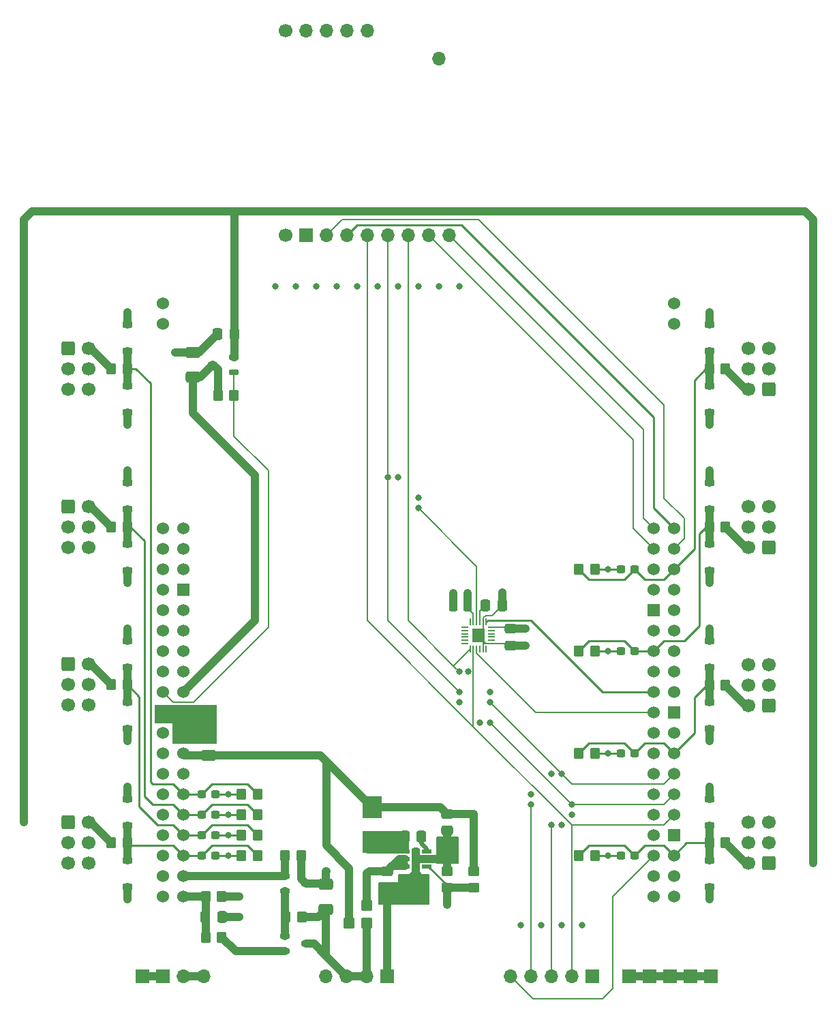
<source format=gbl>
%TF.GenerationSoftware,KiCad,Pcbnew,9.0.3*%
%TF.CreationDate,2025-08-17T09:54:27-06:00*%
%TF.ProjectId,Hub,4875622e-6b69-4636-9164-5f7063625858,A*%
%TF.SameCoordinates,PX2aa5f80PY908ed60*%
%TF.FileFunction,Copper,L4,Bot*%
%TF.FilePolarity,Positive*%
%FSLAX46Y46*%
G04 Gerber Fmt 4.6, Leading zero omitted, Abs format (unit mm)*
G04 Created by KiCad (PCBNEW 9.0.3) date 2025-08-17 09:54:27*
%MOMM*%
%LPD*%
G01*
G04 APERTURE LIST*
G04 Aperture macros list*
%AMRoundRect*
0 Rectangle with rounded corners*
0 $1 Rounding radius*
0 $2 $3 $4 $5 $6 $7 $8 $9 X,Y pos of 4 corners*
0 Add a 4 corners polygon primitive as box body*
4,1,4,$2,$3,$4,$5,$6,$7,$8,$9,$2,$3,0*
0 Add four circle primitives for the rounded corners*
1,1,$1+$1,$2,$3*
1,1,$1+$1,$4,$5*
1,1,$1+$1,$6,$7*
1,1,$1+$1,$8,$9*
0 Add four rect primitives between the rounded corners*
20,1,$1+$1,$2,$3,$4,$5,0*
20,1,$1+$1,$4,$5,$6,$7,0*
20,1,$1+$1,$6,$7,$8,$9,0*
20,1,$1+$1,$8,$9,$2,$3,0*%
G04 Aperture macros list end*
%TA.AperFunction,Conductor*%
%ADD10C,0.200000*%
%TD*%
%TA.AperFunction,Conductor*%
%ADD11C,0.100000*%
%TD*%
%TA.AperFunction,Conductor*%
%ADD12C,0.150000*%
%TD*%
%TA.AperFunction,ComponentPad*%
%ADD13RoundRect,0.250000X0.600000X0.600000X-0.600000X0.600000X-0.600000X-0.600000X0.600000X-0.600000X0*%
%TD*%
%TA.AperFunction,ComponentPad*%
%ADD14C,1.700000*%
%TD*%
%TA.AperFunction,ComponentPad*%
%ADD15R,1.700000X1.700000*%
%TD*%
%TA.AperFunction,ComponentPad*%
%ADD16O,1.700000X1.700000*%
%TD*%
%TA.AperFunction,ComponentPad*%
%ADD17RoundRect,0.250000X-0.600000X-0.600000X0.600000X-0.600000X0.600000X0.600000X-0.600000X0.600000X0*%
%TD*%
%TA.AperFunction,ComponentPad*%
%ADD18C,1.524000*%
%TD*%
%TA.AperFunction,ComponentPad*%
%ADD19R,1.524000X1.524000*%
%TD*%
%TA.AperFunction,SMDPad,CuDef*%
%ADD20RoundRect,0.225000X-0.375000X0.225000X-0.375000X-0.225000X0.375000X-0.225000X0.375000X0.225000X0*%
%TD*%
%TA.AperFunction,SMDPad,CuDef*%
%ADD21RoundRect,0.250000X-0.475000X0.337500X-0.475000X-0.337500X0.475000X-0.337500X0.475000X0.337500X0*%
%TD*%
%TA.AperFunction,SMDPad,CuDef*%
%ADD22RoundRect,0.237500X0.300000X0.237500X-0.300000X0.237500X-0.300000X-0.237500X0.300000X-0.237500X0*%
%TD*%
%TA.AperFunction,SMDPad,CuDef*%
%ADD23RoundRect,0.250000X-0.350000X-0.450000X0.350000X-0.450000X0.350000X0.450000X-0.350000X0.450000X0*%
%TD*%
%TA.AperFunction,SMDPad,CuDef*%
%ADD24RoundRect,0.250000X0.337500X0.475000X-0.337500X0.475000X-0.337500X-0.475000X0.337500X-0.475000X0*%
%TD*%
%TA.AperFunction,SMDPad,CuDef*%
%ADD25RoundRect,0.250000X0.650000X-0.412500X0.650000X0.412500X-0.650000X0.412500X-0.650000X-0.412500X0*%
%TD*%
%TA.AperFunction,SMDPad,CuDef*%
%ADD26RoundRect,0.250000X0.350000X0.450000X-0.350000X0.450000X-0.350000X-0.450000X0.350000X-0.450000X0*%
%TD*%
%TA.AperFunction,SMDPad,CuDef*%
%ADD27RoundRect,0.162500X-0.447500X-0.162500X0.447500X-0.162500X0.447500X0.162500X-0.447500X0.162500X0*%
%TD*%
%TA.AperFunction,SMDPad,CuDef*%
%ADD28RoundRect,0.250000X-0.337500X-0.475000X0.337500X-0.475000X0.337500X0.475000X-0.337500X0.475000X0*%
%TD*%
%TA.AperFunction,SMDPad,CuDef*%
%ADD29RoundRect,0.162500X0.447500X0.162500X-0.447500X0.162500X-0.447500X-0.162500X0.447500X-0.162500X0*%
%TD*%
%TA.AperFunction,SMDPad,CuDef*%
%ADD30R,1.153100X0.529806*%
%TD*%
%TA.AperFunction,SMDPad,CuDef*%
%ADD31R,1.553100X0.529806*%
%TD*%
%TA.AperFunction,SMDPad,CuDef*%
%ADD32RoundRect,0.250000X0.250000X-1.150000X0.250000X1.150000X-0.250000X1.150000X-0.250000X-1.150000X0*%
%TD*%
%TA.AperFunction,SMDPad,CuDef*%
%ADD33R,1.153100X0.514904*%
%TD*%
%TA.AperFunction,SMDPad,CuDef*%
%ADD34RoundRect,0.291666X0.408334X0.408334X-0.408334X0.408334X-0.408334X-0.408334X0.408334X-0.408334X0*%
%TD*%
%TA.AperFunction,SMDPad,CuDef*%
%ADD35RoundRect,0.291666X0.408334X-0.408334X0.408334X0.408334X-0.408334X0.408334X-0.408334X-0.408334X0*%
%TD*%
%TA.AperFunction,SMDPad,CuDef*%
%ADD36RoundRect,0.250000X0.450000X-0.350000X0.450000X0.350000X-0.450000X0.350000X-0.450000X-0.350000X0*%
%TD*%
%TA.AperFunction,SMDPad,CuDef*%
%ADD37RoundRect,0.237500X-0.300000X-0.237500X0.300000X-0.237500X0.300000X0.237500X-0.300000X0.237500X0*%
%TD*%
%TA.AperFunction,SMDPad,CuDef*%
%ADD38R,2.438400X2.806700*%
%TD*%
%TA.AperFunction,SMDPad,CuDef*%
%ADD39RoundRect,0.250000X-0.450000X0.350000X-0.450000X-0.350000X0.450000X-0.350000X0.450000X0.350000X0*%
%TD*%
%TA.AperFunction,SMDPad,CuDef*%
%ADD40RoundRect,0.027500X-0.419500X-0.082500X0.419500X-0.082500X0.419500X0.082500X-0.419500X0.082500X0*%
%TD*%
%TA.AperFunction,SMDPad,CuDef*%
%ADD41RoundRect,0.027500X-0.082500X-0.419500X0.082500X-0.419500X0.082500X0.419500X-0.082500X0.419500X0*%
%TD*%
%TA.AperFunction,SMDPad,CuDef*%
%ADD42R,1.540000X1.700000*%
%TD*%
%TA.AperFunction,ViaPad*%
%ADD43C,0.800000*%
%TD*%
%TA.AperFunction,ViaPad*%
%ADD44C,0.900000*%
%TD*%
%TA.AperFunction,Conductor*%
%ADD45C,1.000000*%
%TD*%
%TA.AperFunction,Conductor*%
%ADD46C,0.250000*%
%TD*%
%TA.AperFunction,Conductor*%
%ADD47C,0.500000*%
%TD*%
G04 APERTURE END LIST*
%TO.N,/BuckSW*%
D10*
X43620000Y21939350D02*
X48725400Y21939350D01*
X48725400Y19323150D01*
X43620000Y19323150D01*
X43620000Y21939350D01*
%TA.AperFunction,Conductor*%
G36*
X43620000Y21939350D02*
G01*
X48725400Y21939350D01*
X48725400Y19323150D01*
X43620000Y19323150D01*
X43620000Y21939350D01*
G37*
%TD.AperFunction*%
%TO.N,GND*%
X45100467Y15620500D02*
X51196467Y15620500D01*
X51196467Y13001000D01*
X45100467Y13001000D01*
X45100467Y15620500D01*
%TA.AperFunction,Conductor*%
G36*
X45100467Y15620500D02*
G01*
X51196467Y15620500D01*
X51196467Y13001000D01*
X45100467Y13001000D01*
X45100467Y15620500D01*
G37*
%TD.AperFunction*%
X52271467Y21256000D02*
X54938467Y21256000D01*
X54938467Y18081000D01*
X52271467Y18081000D01*
X52271467Y21256000D01*
%TA.AperFunction,Conductor*%
G36*
X52271467Y21256000D02*
G01*
X54938467Y21256000D01*
X54938467Y18081000D01*
X52271467Y18081000D01*
X52271467Y21256000D01*
G37*
%TD.AperFunction*%
D11*
X17204000Y37712000D02*
X24824000Y37712000D01*
X24824000Y35480000D01*
X17204000Y35480000D01*
X17204000Y37712000D01*
%TA.AperFunction,Conductor*%
G36*
X17204000Y37712000D02*
G01*
X24824000Y37712000D01*
X24824000Y35480000D01*
X17204000Y35480000D01*
X17204000Y37712000D01*
G37*
%TD.AperFunction*%
D12*
X19490000Y36750000D02*
X24824000Y36750000D01*
X24824000Y32940000D01*
X19490000Y32940000D01*
X19490000Y36750000D01*
%TA.AperFunction,Conductor*%
G36*
X19490000Y36750000D02*
G01*
X24824000Y36750000D01*
X24824000Y32940000D01*
X19490000Y32940000D01*
X19490000Y36750000D01*
G37*
%TD.AperFunction*%
D10*
X47550967Y16610000D02*
X51240000Y16610000D01*
X51240000Y13001000D01*
X47550967Y13001000D01*
X47550967Y16610000D01*
%TA.AperFunction,Conductor*%
G36*
X47550967Y16610000D02*
G01*
X51240000Y16610000D01*
X51240000Y13001000D01*
X47550967Y13001000D01*
X47550967Y16610000D01*
G37*
%TD.AperFunction*%
%TD*%
D13*
%TO.P,J11,1,Pin_1*%
%TO.N,GND*%
X93500000Y57273333D03*
D14*
%TO.P,J11,2,Pin_2*%
%TO.N,Net-(J11-Pin_2)*%
X90960000Y57273333D03*
%TO.P,J11,3,Pin_3*%
%TO.N,Net-(J11-Pin_3)*%
X93500000Y59813333D03*
%TO.P,J11,4,Pin_4*%
%TO.N,unconnected-(J11-Pin_4-Pad4)*%
X90960000Y59813333D03*
%TO.P,J11,5,Pin_5*%
%TO.N,unconnected-(J11-Pin_5-Pad5)*%
X93500000Y62353333D03*
%TO.P,J11,6,Pin_6*%
%TO.N,unconnected-(J11-Pin_6-Pad6)*%
X90960000Y62353333D03*
%TD*%
D13*
%TO.P,J12,1,Pin_1*%
%TO.N,GND*%
X93500000Y37636667D03*
D14*
%TO.P,J12,2,Pin_2*%
%TO.N,Net-(J12-Pin_2)*%
X90960000Y37636667D03*
%TO.P,J12,3,Pin_3*%
%TO.N,Net-(J12-Pin_3)*%
X93500000Y40176667D03*
%TO.P,J12,4,Pin_4*%
%TO.N,unconnected-(J12-Pin_4-Pad4)*%
X90960000Y40176667D03*
%TO.P,J12,5,Pin_5*%
%TO.N,unconnected-(J12-Pin_5-Pad5)*%
X93500000Y42716667D03*
%TO.P,J12,6,Pin_6*%
%TO.N,unconnected-(J12-Pin_6-Pad6)*%
X90960000Y42716667D03*
%TD*%
D15*
%TO.P,J4,1,Pin_1*%
%TO.N,GND*%
X71560000Y4000000D03*
D16*
%TO.P,J4,2,Pin_2*%
%TO.N,/SPI2_SCK*%
X69020000Y4000000D03*
%TO.P,J4,3,Pin_3*%
%TO.N,/SPI2_MISO*%
X66480000Y4000000D03*
%TO.P,J4,4,Pin_4*%
%TO.N,/SPI2_MOSI*%
X63940000Y4000000D03*
%TO.P,J4,5,Pin_5*%
%TO.N,/GPIO_Extra_SPI_CS*%
X61400000Y4000000D03*
%TD*%
D17*
%TO.P,J8,1,Pin_1*%
%TO.N,GND*%
X6500000Y42726667D03*
D14*
%TO.P,J8,2,Pin_2*%
%TO.N,Net-(J8-Pin_2)*%
X9040000Y42726667D03*
%TO.P,J8,3,Pin_3*%
%TO.N,Net-(J8-Pin_3)*%
X6500000Y40186667D03*
%TO.P,J8,4,Pin_4*%
%TO.N,unconnected-(J8-Pin_4-Pad4)*%
X9040000Y40186667D03*
%TO.P,J8,5,Pin_5*%
%TO.N,unconnected-(J8-Pin_5-Pad5)*%
X6500000Y37646667D03*
%TO.P,J8,6,Pin_6*%
%TO.N,unconnected-(J8-Pin_6-Pad6)*%
X9040000Y37646667D03*
%TD*%
D13*
%TO.P,J10,1,Pin_1*%
%TO.N,GND*%
X93500000Y76910000D03*
D14*
%TO.P,J10,2,Pin_2*%
%TO.N,Net-(J10-Pin_2)*%
X90960000Y76910000D03*
%TO.P,J10,3,Pin_3*%
%TO.N,Net-(J10-Pin_3)*%
X93500000Y79450000D03*
%TO.P,J10,4,Pin_4*%
%TO.N,unconnected-(J10-Pin_4-Pad4)*%
X90960000Y79450000D03*
%TO.P,J10,5,Pin_5*%
%TO.N,unconnected-(J10-Pin_5-Pad5)*%
X93500000Y81990000D03*
%TO.P,J10,6,Pin_6*%
%TO.N,unconnected-(J10-Pin_6-Pad6)*%
X90960000Y81990000D03*
%TD*%
D17*
%TO.P,J6,1,Pin_1*%
%TO.N,GND*%
X6500000Y82000000D03*
D14*
%TO.P,J6,2,Pin_2*%
%TO.N,Net-(J6-Pin_2)*%
X9040000Y82000000D03*
%TO.P,J6,3,Pin_3*%
%TO.N,Net-(J6-Pin_3)*%
X6500000Y79460000D03*
%TO.P,J6,4,Pin_4*%
%TO.N,unconnected-(J6-Pin_4-Pad4)*%
X9040000Y79460000D03*
%TO.P,J6,5,Pin_5*%
%TO.N,unconnected-(J6-Pin_5-Pad5)*%
X6500000Y76920000D03*
%TO.P,J6,6,Pin_6*%
%TO.N,unconnected-(J6-Pin_6-Pad6)*%
X9040000Y76920000D03*
%TD*%
D15*
%TO.P,J5,1,Pin_1*%
%TO.N,GND*%
X86360000Y4000000D03*
%TO.P,J5,2,Pin_2*%
X83820000Y4000000D03*
%TO.P,J5,3,Pin_3*%
X81280000Y4000000D03*
%TO.P,J5,4,Pin_4*%
X78740000Y4000000D03*
%TO.P,J5,5,Pin_5*%
X76200000Y4000000D03*
%TD*%
%TO.P,J3,1,Pin_1*%
%TO.N,GND*%
X46150000Y4000000D03*
D16*
%TO.P,J3,2,Pin_2*%
%TO.N,+VBattery*%
X43610000Y4000000D03*
%TO.P,J3,3,Pin_3*%
X41070000Y4000000D03*
%TO.P,J3,4,Pin_4*%
%TO.N,Net-(J3-Pin_4)*%
X38530000Y4000000D03*
%TD*%
D18*
%TO.P,U1,CN7_1,PC10/SPI3_SCK/USART3_TX/UART4_TX*%
%TO.N,unconnected-(U1A-PC10{slash}SPI3_SCK{slash}USART3_TX{slash}UART4_TX-PadCN7_1)*%
X18220000Y59610000D03*
%TO.P,U1,CN7_2,PC11/SPI3_MISO/USART3_RX/UART4_RX*%
%TO.N,unconnected-(U1A-PC11{slash}SPI3_MISO{slash}USART3_RX{slash}UART4_RX-PadCN7_2)*%
X20760000Y59610000D03*
%TO.P,U1,CN7_3,PC12/SPI3_MOSI/USART3_CK/UART5_TX*%
%TO.N,unconnected-(U1A-PC12{slash}SPI3_MOSI{slash}USART3_CK{slash}UART5_TX-PadCN7_3)*%
X18220000Y57070000D03*
%TO.P,U1,CN7_4,PD2/USART3_RTS_DE/UART5_RX*%
%TO.N,unconnected-(U1A-PD2{slash}USART3_RTS_DE{slash}UART5_RX-PadCN7_4)*%
X20760000Y57070000D03*
%TO.P,U1,CN7_5,VDD*%
%TO.N,+3.3V*%
X18220000Y54530000D03*
%TO.P,U1,CN7_6,E5V*%
%TO.N,unconnected-(U1A-E5V-PadCN7_6)*%
X20760000Y54530000D03*
%TO.P,U1,CN7_7,BOOT0*%
%TO.N,unconnected-(U1A-BOOT0-PadCN7_7)*%
X18220000Y51990000D03*
D19*
%TO.P,U1,CN7_8,GND_CN7_8*%
%TO.N,GND*%
X20760000Y51990000D03*
D18*
%TO.P,U1,CN7_9,NC_CN7_9*%
%TO.N,unconnected-(U1A-NC_CN7_9-PadCN7_9)*%
X18220000Y49450000D03*
%TO.P,U1,CN7_10,NC_CN7_10*%
%TO.N,unconnected-(U1A-NC_CN7_10-PadCN7_10)*%
X20760000Y49450000D03*
%TO.P,U1,CN7_11,NC_CN7_11*%
%TO.N,unconnected-(U1A-NC_CN7_11-PadCN7_11)*%
X18220000Y46910000D03*
%TO.P,U1,CN7_12,IOREF*%
%TO.N,unconnected-(U1A-IOREF-PadCN7_12)*%
X20760000Y46910000D03*
%TO.P,U1,CN7_13,PA13/JTMS-SWDIO*%
%TO.N,unconnected-(U1A-PA13{slash}JTMS-SWDIO-PadCN7_13)*%
X18220000Y44370000D03*
%TO.P,U1,CN7_14,RESET*%
%TO.N,unconnected-(U1A-RESET-PadCN7_14)*%
X20760000Y44370000D03*
%TO.P,U1,CN7_15,PA14/JTCK-SWCLK*%
%TO.N,unconnected-(U1A-PA14{slash}JTCK-SWCLK-PadCN7_15)*%
X18220000Y41830000D03*
%TO.P,U1,CN7_16,+3V3*%
%TO.N,+3.3V*%
X20760000Y41830000D03*
%TO.P,U1,CN7_17,PA15/JTDI/SPI1_NSS/SPI3_NSS/UART4_RTS_DE*%
%TO.N,/~{GPIO_StrainV_Enable_5VTolerant}*%
X18220000Y39290000D03*
%TO.P,U1,CN7_18,+5V*%
%TO.N,+5V*%
X20760000Y39290000D03*
D19*
%TO.P,U1,CN7_19,GND_CN7_19*%
%TO.N,GND*%
X18220000Y36750000D03*
%TO.P,U1,CN7_20,GND_CN7_20*%
X20760000Y36750000D03*
D18*
%TO.P,U1,CN7_21,PB7/USART1_RX/UART4_CTS/TIM17_CH1N*%
%TO.N,unconnected-(U1A-PB7{slash}USART1_RX{slash}UART4_CTS{slash}TIM17_CH1N-PadCN7_21)*%
X18220000Y34210000D03*
D19*
%TO.P,U1,CN7_22,GND_CN7_22*%
%TO.N,GND*%
X20760000Y34210000D03*
D18*
%TO.P,U1,CN7_23,PC13*%
%TO.N,unconnected-(U1A-PC13-PadCN7_23)*%
X18220000Y31670000D03*
%TO.P,U1,CN7_24,VIN*%
%TO.N,+VBattery_or_7V*%
X20760000Y31670000D03*
%TO.P,U1,CN7_25,PC14/OSC32_IN*%
%TO.N,unconnected-(U1A-PC14{slash}OSC32_IN-PadCN7_25)*%
X18220000Y29130000D03*
%TO.P,U1,CN7_26,NC_CN7_26*%
%TO.N,unconnected-(U1A-NC_CN7_26-PadCN7_26)*%
X20760000Y29130000D03*
%TO.P,U1,CN7_27,PC15/OSC32_OUT*%
%TO.N,unconnected-(U1A-PC15{slash}OSC32_OUT-PadCN7_27)*%
X18220000Y26590000D03*
%TO.P,U1,CN7_28,PA0/ADC12_IN5/USART2_CTS/UART4_TX/TIM2_ETR*%
%TO.N,/AIn_StrainV_1*%
X20760000Y26590000D03*
%TO.P,U1,CN7_29,PH0/OSC_IN*%
%TO.N,unconnected-(U1A-PH0{slash}OSC_IN-PadCN7_29)*%
X18220000Y24050000D03*
%TO.P,U1,CN7_30,PA1/ADC12_IN6/USART2_RTS_DE/UART4_RX/TIM15_CH1N*%
%TO.N,/AIn_StrainV_2*%
X20760000Y24050000D03*
%TO.P,U1,CN7_31,PH1/OSC_OUT*%
%TO.N,unconnected-(U1A-PH1{slash}OSC_OUT-PadCN7_31)*%
X18220000Y21510000D03*
%TO.P,U1,CN7_32,PA4/ADC12_IN9/DAC1_OUT1/SPI1_NSS/SPI3_NSS/USART2_CK/LPTIM2_OUT*%
%TO.N,/AIn_StrainV_3*%
X20760000Y21510000D03*
%TO.P,U1,CN7_33,VBAT*%
%TO.N,unconnected-(U1A-VBAT-PadCN7_33)*%
X18220000Y18970000D03*
%TO.P,U1,CN7_34,PB0/ADC12_IN15/USART3_CK*%
%TO.N,/AIn_StrainV_4*%
X20760000Y18970000D03*
%TO.P,U1,CN7_35,PC2/ADC123_IN3/SPI2_MISO*%
%TO.N,unconnected-(U1A-PC2{slash}ADC123_IN3{slash}SPI2_MISO-PadCN7_35)*%
X18220000Y16430000D03*
%TO.P,U1,CN7_36,PC1/ADC123_IN2/LPUART1_TX*%
%TO.N,/GPIO_BatteryV_Enable*%
X20760000Y16430000D03*
%TO.P,U1,CN7_37,PC3/ADC123_IN4/SPI2_MOSI/LPTIM2_ETR*%
%TO.N,unconnected-(U1A-PC3{slash}ADC123_IN4{slash}SPI2_MOSI{slash}LPTIM2_ETR-PadCN7_37)*%
X18220000Y13890000D03*
%TO.P,U1,CN7_38,PC0/ADC123_IN1/LPUART1_RX/LPTIM2_IN1*%
%TO.N,/AIn_BatteryV*%
X20760000Y13890000D03*
%TO.P,U1,CN10_1,PC9/TIM8_BKIN2_COMP1*%
%TO.N,/GPIO_ANT_Reset*%
X79180000Y59610000D03*
%TO.P,U1,CN10_2,PC8*%
%TO.N,/GPInterruptPC8_ANT_DIO0*%
X81720000Y59610000D03*
%TO.P,U1,CN10_3,PB8/CAN1_RX/TIM16_CH1*%
%TO.N,/GPIO_ANT_SPI_CS*%
X79180000Y57070000D03*
%TO.P,U1,CN10_4,PC6*%
%TO.N,/GPIO_ANT_Enable*%
X81720000Y57070000D03*
%TO.P,U1,CN10_5,PB9/SPI2_NSS/CAN1_TX/TIM17_CH1*%
%TO.N,unconnected-(U1B-PB9{slash}SPI2_NSS{slash}CAN1_TX{slash}TIM17_CH1-PadCN10_5)*%
X79180000Y54530000D03*
%TO.P,U1,CN10_6,PC5/ADC12_IN14/USART3_RX*%
%TO.N,/AIn_StrainV_5*%
X81720000Y54530000D03*
%TO.P,U1,CN10_7,AVDD*%
%TO.N,unconnected-(U1B-AVDD-PadCN10_7)*%
X79180000Y51990000D03*
%TO.P,U1,CN10_8,U5V*%
%TO.N,unconnected-(U1B-U5V-PadCN10_8)*%
X81720000Y51990000D03*
D19*
%TO.P,U1,CN10_9,GND_CN10_9*%
%TO.N,GND*%
X79180000Y49450000D03*
D18*
%TO.P,U1,CN10_10,NC_CN10_10*%
%TO.N,unconnected-(U1B-NC_CN10_10-PadCN10_10)*%
X81720000Y49450000D03*
%TO.P,U1,CN10_11,PA5/ADC12_IN10/DAC1_OUT2/SPI1_SCK/LPTIM2_ETR*%
%TO.N,unconnected-(U1B-PA5{slash}ADC12_IN10{slash}DAC1_OUT2{slash}SPI1_SCK{slash}LPTIM2_ETR-PadCN10_11)*%
X79180000Y46910000D03*
%TO.P,U1,CN10_12,PA12/USART1_RTS_DE/CAN1_TX*%
%TO.N,unconnected-(U1B-PA12{slash}USART1_RTS_DE{slash}CAN1_TX-PadCN10_12)*%
X81720000Y46910000D03*
%TO.P,U1,CN10_13,PA6/ADC12_IN11/SPI1_MISO/USART3_CTS/TIM16_CH1*%
%TO.N,/AIn_StrainV_6*%
X79180000Y44370000D03*
%TO.P,U1,CN10_14,PA11/USART1_CTS/CAN1_RX*%
%TO.N,unconnected-(U1B-PA11{slash}USART1_CTS{slash}CAN1_RX-PadCN10_14)*%
X81720000Y44370000D03*
%TO.P,U1,CN10_15,PA7/ADC12_IN12/SPI1_MOSI/TIM17_CH1*%
%TO.N,unconnected-(U1B-PA7{slash}ADC12_IN12{slash}SPI1_MOSI{slash}TIM17_CH1-PadCN10_15)*%
X79180000Y41830000D03*
%TO.P,U1,CN10_16,PB12/SPI2_NSS/USART3_CK/LPUART1_RTS_DE/TIM15_BKIN*%
%TO.N,unconnected-(U1B-PB12{slash}SPI2_NSS{slash}USART3_CK{slash}LPUART1_RTS_DE{slash}TIM15_BKIN-PadCN10_16)*%
X81720000Y41830000D03*
%TO.P,U1,CN10_17,PB6/USART1_TX/TIM16_CH1N*%
%TO.N,/GPInterruptPB6_MPU*%
X79180000Y39290000D03*
%TO.P,U1,CN10_18,PB11/USART3_RX/LPUART1_TX*%
%TO.N,unconnected-(U1B-PB11{slash}USART3_RX{slash}LPUART1_TX-PadCN10_18)*%
X81720000Y39290000D03*
%TO.P,U1,CN10_19,PC7*%
%TO.N,/~{GPIO_MPU_SPI_CS}*%
X79180000Y36750000D03*
D19*
%TO.P,U1,CN10_20,GND_CN10_20*%
%TO.N,GND*%
X81720000Y36750000D03*
D18*
%TO.P,U1,CN10_21,PA9/USART1_TX/TIM15_BKIN*%
%TO.N,unconnected-(U1B-PA9{slash}USART1_TX{slash}TIM15_BKIN-PadCN10_21)*%
X79180000Y34210000D03*
%TO.P,U1,CN10_22,PB2/RTC_OUT*%
%TO.N,unconnected-(U1B-PB2{slash}RTC_OUT-PadCN10_22)*%
X81720000Y34210000D03*
%TO.P,U1,CN10_23,PA8/MCO/USART1_CK/LPTIM2_OUT*%
%TO.N,unconnected-(U1B-PA8{slash}MCO{slash}USART1_CK{slash}LPTIM2_OUT-PadCN10_23)*%
X79180000Y31670000D03*
%TO.P,U1,CN10_24,PB1/ADC12_IN16/USART3_RTS_DE/LPTIM2_IN1*%
%TO.N,/AIn_StrainV_7*%
X81720000Y31670000D03*
%TO.P,U1,CN10_25,PB10/SPI2_SCK/USART3_TX/LPUART1_RX*%
%TO.N,unconnected-(U1B-PB10{slash}SPI2_SCK{slash}USART3_TX{slash}LPUART1_RX-PadCN10_25)*%
X79180000Y29130000D03*
%TO.P,U1,CN10_26,PB15/RTC_REFIN/SPI2_MOSI/TIM15_CH2*%
%TO.N,/SPI2_MOSI*%
X81720000Y29130000D03*
%TO.P,U1,CN10_27,PB4/NJTRST/SPI1_MISO/SPI3_MISO/USART1_CTS/UART5_RTS_DE/TIM17_BKIN*%
%TO.N,unconnected-(U1B-PB4{slash}NJTRST{slash}SPI1_MISO{slash}SPI3_MISO{slash}USART1_CTS{slash}UART5_RTS_DE{slash}TIM17_BKIN-PadCN10_27)*%
X79180000Y26590000D03*
%TO.P,U1,CN10_28,PB14/SPI2_MISO/USART3_RTS_DE/TIM15_CH1*%
%TO.N,/SPI2_MISO*%
X81720000Y26590000D03*
%TO.P,U1,CN10_29,PB5/SPI1_MOSI/SPI3_MOSI/USART1_CK/UART5_CTS/TIM16_BKIN*%
%TO.N,unconnected-(U1B-PB5{slash}SPI1_MOSI{slash}SPI3_MOSI{slash}USART1_CK{slash}UART5_CTS{slash}TIM16_BKIN-PadCN10_29)*%
X79180000Y24050000D03*
%TO.P,U1,CN10_30,PB13/SPI2_SCK/USART3_CTS/LPUART1_CTS/TIM15_CH1N*%
%TO.N,/SPI2_SCK*%
X81720000Y24050000D03*
%TO.P,U1,CN10_31,PB3/JTDO-TRACESWO/SPI1_SCK/SPI3_SCK/USART1_RTS_DE*%
%TO.N,unconnected-(U1B-PB3{slash}JTDO-TRACESWO{slash}SPI1_SCK{slash}SPI3_SCK{slash}USART1_RTS_DE-PadCN10_31)*%
X79180000Y21510000D03*
D19*
%TO.P,U1,CN10_32,AGND*%
%TO.N,GND*%
X81720000Y21510000D03*
D18*
%TO.P,U1,CN10_33,PA10/USART1_RX/TIM17_BKIN*%
%TO.N,/GPIO_Extra_SPI_CS*%
X79180000Y18970000D03*
%TO.P,U1,CN10_34,PC4/ADC12_IN13/USART3_TX*%
%TO.N,/AIn_StrainV_8*%
X81720000Y18970000D03*
%TO.P,U1,CN10_35,PA2/ADC12_IN7/USART2_TX/TIM15_CH1*%
%TO.N,unconnected-(U1B-PA2{slash}ADC12_IN7{slash}USART2_TX{slash}TIM15_CH1-PadCN10_35)*%
X79180000Y16430000D03*
%TO.P,U1,CN10_36,NC_CN10_36*%
%TO.N,unconnected-(U1B-NC_CN10_36-PadCN10_36)*%
X81720000Y16430000D03*
%TO.P,U1,CN10_37,PA3/ADC12_IN8/USART2_RX/TIM15_CH2*%
%TO.N,unconnected-(U1B-PA3{slash}ADC12_IN8{slash}USART2_RX{slash}TIM15_CH2-PadCN10_37)*%
X79180000Y13890000D03*
%TO.P,U1,CN10_38,NC_CN10_38*%
%TO.N,unconnected-(U1B-NC_CN10_38-PadCN10_38)*%
X81720000Y13890000D03*
%TO.P,U1,CN11_1,GND_CN11_1*%
%TO.N,unconnected-(U1C-GND_CN11_1-PadCN11_1)*%
X81720000Y87550000D03*
%TO.P,U1,CN11_2,GND_CN11_2*%
%TO.N,unconnected-(U1C-GND_CN11_2-PadCN11_2)*%
X81720000Y85010000D03*
%TO.P,U1,CN12_1,GND_CN12_1*%
%TO.N,unconnected-(U1C-GND_CN12_1-PadCN12_1)*%
X18220000Y87550000D03*
%TO.P,U1,CN12_2,GND_CN12_2*%
%TO.N,unconnected-(U1C-GND_CN12_2-PadCN12_2)*%
X18220000Y85010000D03*
%TD*%
D13*
%TO.P,J13,1,Pin_1*%
%TO.N,GND*%
X93500000Y18000000D03*
D14*
%TO.P,J13,2,Pin_2*%
%TO.N,Net-(J13-Pin_2)*%
X90960000Y18000000D03*
%TO.P,J13,3,Pin_3*%
%TO.N,Net-(J13-Pin_3)*%
X93500000Y20540000D03*
%TO.P,J13,4,Pin_4*%
%TO.N,unconnected-(J13-Pin_4-Pad4)*%
X90960000Y20540000D03*
%TO.P,J13,5,Pin_5*%
%TO.N,unconnected-(J13-Pin_5-Pad5)*%
X93500000Y23080000D03*
%TO.P,J13,6,Pin_6*%
%TO.N,unconnected-(J13-Pin_6-Pad6)*%
X90960000Y23080000D03*
%TD*%
%TO.P,U4,1,VIN*%
%TO.N,+3.3V*%
X33460000Y96000000D03*
D15*
%TO.P,U4,2,GND*%
%TO.N,GND*%
X36000000Y96000000D03*
D16*
%TO.P,U4,3,EN*%
%TO.N,/GPIO_ANT_Enable*%
X38540000Y96000000D03*
%TO.P,U4,4,G0_DIO0*%
%TO.N,/GPInterruptPC8_ANT_DIO0*%
X41080000Y96000000D03*
%TO.P,U4,5,SCK*%
%TO.N,/SPI2_SCK*%
X43620000Y96000000D03*
%TO.P,U4,6,MISO*%
%TO.N,/SPI2_MISO*%
X46160000Y96000000D03*
%TO.P,U4,7,MOSI*%
%TO.N,/SPI2_MOSI*%
X48700000Y96000000D03*
%TO.P,U4,8,CS*%
%TO.N,/GPIO_ANT_SPI_CS*%
X51240000Y96000000D03*
%TO.P,U4,9,RST*%
%TO.N,/GPIO_ANT_Reset*%
X53780000Y96000000D03*
D14*
%TO.P,U4,10,G1_DIO1*%
%TO.N,unconnected-(U4-G1_DIO1-Pad10)*%
X33460000Y121400000D03*
D16*
%TO.P,U4,11,G2_DIO2*%
%TO.N,unconnected-(U4-G2_DIO2-Pad11)*%
X36000000Y121400000D03*
%TO.P,U4,12,G3_DIO3*%
%TO.N,unconnected-(U4-G3_DIO3-Pad12)*%
X38540000Y121400000D03*
%TO.P,U4,13,G4_DIO4*%
%TO.N,unconnected-(U4-G4_DIO4-Pad13)*%
X41080000Y121400000D03*
%TO.P,U4,14,G5_DIO5*%
%TO.N,unconnected-(U4-G5_DIO5-Pad14)*%
X43620000Y121400000D03*
%TO.P,U4,15,ANT*%
%TO.N,unconnected-(U4-ANT-Pad15)*%
X52560800Y117945600D03*
%TD*%
D17*
%TO.P,J7,1,Pin_1*%
%TO.N,GND*%
X6500000Y62363333D03*
D14*
%TO.P,J7,2,Pin_2*%
%TO.N,Net-(J7-Pin_2)*%
X9040000Y62363333D03*
%TO.P,J7,3,Pin_3*%
%TO.N,Net-(J7-Pin_3)*%
X6500000Y59823333D03*
%TO.P,J7,4,Pin_4*%
%TO.N,unconnected-(J7-Pin_4-Pad4)*%
X9040000Y59823333D03*
%TO.P,J7,5,Pin_5*%
%TO.N,unconnected-(J7-Pin_5-Pad5)*%
X6500000Y57283333D03*
%TO.P,J7,6,Pin_6*%
%TO.N,unconnected-(J7-Pin_6-Pad6)*%
X9040000Y57283333D03*
%TD*%
D15*
%TO.P,J20,1,Pin_1*%
%TO.N,GND*%
X15680000Y4000000D03*
%TO.P,J20,2,Pin_2*%
X18220000Y4000000D03*
D16*
%TO.P,J20,3,Pin_3*%
%TO.N,Net-(J20-Pin_3)*%
X20760000Y4000000D03*
%TO.P,J20,4,Pin_4*%
X23300000Y4000000D03*
%TD*%
D17*
%TO.P,J9,1,Pin_1*%
%TO.N,GND*%
X6500000Y23090000D03*
D14*
%TO.P,J9,2,Pin_2*%
%TO.N,Net-(J9-Pin_2)*%
X9040000Y23090000D03*
%TO.P,J9,3,Pin_3*%
%TO.N,Net-(J9-Pin_3)*%
X6500000Y20550000D03*
%TO.P,J9,4,Pin_4*%
%TO.N,unconnected-(J9-Pin_4-Pad4)*%
X9040000Y20550000D03*
%TO.P,J9,5,Pin_5*%
%TO.N,unconnected-(J9-Pin_5-Pad5)*%
X6500000Y18010000D03*
%TO.P,J9,6,Pin_6*%
%TO.N,unconnected-(J9-Pin_6-Pad6)*%
X9040000Y18010000D03*
%TD*%
D20*
%TO.P,D14,1,K*%
%TO.N,/AIn_StrainV_7*%
X86150000Y38016667D03*
%TO.P,D14,2,A*%
%TO.N,GND*%
X86150000Y34716667D03*
%TD*%
%TO.P,D6,1,K*%
%TO.N,/AIn_StrainV_3*%
X13850000Y38026667D03*
%TO.P,D6,2,A*%
%TO.N,GND*%
X13850000Y34726667D03*
%TD*%
%TO.P,D15,1,K*%
%TO.N,+3.3V*%
X86150000Y26000000D03*
%TO.P,D15,2,A*%
%TO.N,/AIn_StrainV_8*%
X86150000Y22700000D03*
%TD*%
D21*
%TO.P,C4,1*%
%TO.N,+VBattery_or_7V*%
X53541467Y24145398D03*
%TO.P,C4,2*%
%TO.N,GND*%
X53541467Y22070398D03*
%TD*%
D20*
%TO.P,D9,1,K*%
%TO.N,+3.3V*%
X86150000Y84910000D03*
%TO.P,D9,2,A*%
%TO.N,/AIn_StrainV_5*%
X86150000Y81610000D03*
%TD*%
%TO.P,D8,1,K*%
%TO.N,/AIn_StrainV_4*%
X13850000Y18390000D03*
%TO.P,D8,2,A*%
%TO.N,GND*%
X13850000Y15090000D03*
%TD*%
D22*
%TO.P,C16,1*%
%TO.N,/AIn_StrainV_6*%
X76867500Y44370000D03*
%TO.P,C16,2*%
%TO.N,GND*%
X75142500Y44370000D03*
%TD*%
D23*
%TO.P,R20,1*%
%TO.N,/AIn_StrainV_5*%
X69925000Y54530000D03*
%TO.P,R20,2*%
%TO.N,GND*%
X71925000Y54530000D03*
%TD*%
D24*
%TO.P,C14,1*%
%TO.N,GND*%
X60405500Y50054000D03*
%TO.P,C14,2*%
%TO.N,Net-(U3-REGOUT)*%
X58330500Y50054000D03*
%TD*%
D25*
%TO.P,C1,1*%
%TO.N,+5V*%
X22012500Y78367500D03*
%TO.P,C1,2*%
%TO.N,GND*%
X22012500Y81492500D03*
%TD*%
D20*
%TO.P,D12,1,K*%
%TO.N,/AIn_StrainV_6*%
X86150000Y57653333D03*
%TO.P,D12,2,A*%
%TO.N,GND*%
X86150000Y54353333D03*
%TD*%
D26*
%TO.P,R13,1*%
%TO.N,/AIn_StrainV_3*%
X13850000Y40186667D03*
%TO.P,R13,2*%
%TO.N,Net-(J8-Pin_2)*%
X11850000Y40186667D03*
%TD*%
D20*
%TO.P,D13,1,K*%
%TO.N,+3.3V*%
X86150000Y45636667D03*
%TO.P,D13,2,A*%
%TO.N,/AIn_StrainV_7*%
X86150000Y42336667D03*
%TD*%
D23*
%TO.P,R22,1*%
%TO.N,/AIn_StrainV_6*%
X69925000Y44370000D03*
%TO.P,R22,2*%
%TO.N,GND*%
X71925000Y44370000D03*
%TD*%
%TO.P,R5,1*%
%TO.N,Net-(Q1-G)*%
X33490000Y11350000D03*
%TO.P,R5,2*%
%TO.N,+VBattery*%
X35490000Y11350000D03*
%TD*%
D27*
%TO.P,Q1,1,D*%
%TO.N,Net-(Q1-D)*%
X33450000Y7098000D03*
%TO.P,Q1,2,G*%
%TO.N,Net-(Q1-G)*%
X33450000Y8998000D03*
%TO.P,Q1,3,S*%
%TO.N,+VBattery*%
X36070000Y8048000D03*
%TD*%
D26*
%TO.P,R9,1*%
%TO.N,GND*%
X25570000Y13890000D03*
%TO.P,R9,2*%
%TO.N,/AIn_BatteryV*%
X23570000Y13890000D03*
%TD*%
%TO.P,R18,1*%
%TO.N,/AIn_StrainV_4*%
X30015000Y18970000D03*
%TO.P,R18,2*%
%TO.N,GND*%
X28015000Y18970000D03*
%TD*%
D20*
%TO.P,D7,1,K*%
%TO.N,+3.3V*%
X13850000Y26010000D03*
%TO.P,D7,2,A*%
%TO.N,/AIn_StrainV_4*%
X13850000Y22710000D03*
%TD*%
D26*
%TO.P,R15,1*%
%TO.N,/AIn_StrainV_4*%
X13850000Y20550000D03*
%TO.P,R15,2*%
%TO.N,Net-(J9-Pin_2)*%
X11850000Y20550000D03*
%TD*%
%TO.P,R14,1*%
%TO.N,/AIn_StrainV_2*%
X30015000Y24050000D03*
%TO.P,R14,2*%
%TO.N,GND*%
X28015000Y24050000D03*
%TD*%
%TO.P,R12,1*%
%TO.N,/AIn_StrainV_1*%
X30015000Y26590000D03*
%TO.P,R12,2*%
%TO.N,GND*%
X28015000Y26590000D03*
%TD*%
D23*
%TO.P,R6,1*%
%TO.N,/AIn_BatteryV*%
X23570000Y8810000D03*
%TO.P,R6,2*%
%TO.N,Net-(Q1-D)*%
X25570000Y8810000D03*
%TD*%
D21*
%TO.P,C10,1*%
%TO.N,+3.3V*%
X61400000Y47154500D03*
%TO.P,C10,2*%
%TO.N,GND*%
X61400000Y45079500D03*
%TD*%
D26*
%TO.P,R7,1*%
%TO.N,GND*%
X35440000Y18970000D03*
%TO.P,R7,2*%
%TO.N,/GPIO_BatteryV_Enable*%
X33440000Y18970000D03*
%TD*%
D23*
%TO.P,R24,1*%
%TO.N,/AIn_StrainV_7*%
X69925000Y31670000D03*
%TO.P,R24,2*%
%TO.N,GND*%
X71925000Y31670000D03*
%TD*%
D28*
%TO.P,C6,1*%
%TO.N,/AIn_BatteryV*%
X23532500Y11350000D03*
%TO.P,C6,2*%
%TO.N,GND*%
X25607500Y11350000D03*
%TD*%
D29*
%TO.P,Q3,1,D*%
%TO.N,Net-(Q3-D)*%
X27092500Y80880000D03*
%TO.P,Q3,2,G*%
%TO.N,/~{GPIO_StrainV_Enable_5VTolerant}*%
X27092500Y78980000D03*
%TO.P,Q3,3,S*%
%TO.N,+5V*%
X24472500Y79930000D03*
%TD*%
D20*
%TO.P,D11,1,K*%
%TO.N,+3.3V*%
X86150000Y65273333D03*
%TO.P,D11,2,A*%
%TO.N,/AIn_StrainV_6*%
X86150000Y61973333D03*
%TD*%
D30*
%TO.P,U2,1,CB*%
%TO.N,Net-(U2-CB)*%
X51038500Y19517501D03*
D31*
%TO.P,U2,2,GND*%
%TO.N,GND*%
X50838500Y18567500D03*
D32*
X49661950Y18567500D03*
D33*
%TO.P,U2,3,FB*%
%TO.N,/BuckFB*%
X51038500Y17610048D03*
D30*
%TO.P,U2,4,EN*%
%TO.N,Net-(U2-EN)*%
X48285400Y17617499D03*
%TO.P,U2,5,VIN*%
X48285400Y18567500D03*
%TO.P,U2,6,SW*%
%TO.N,/BuckSW*%
X48285400Y19517501D03*
%TD*%
D20*
%TO.P,D10,1,K*%
%TO.N,/AIn_StrainV_5*%
X86150000Y77290000D03*
%TO.P,D10,2,A*%
%TO.N,GND*%
X86150000Y73990000D03*
%TD*%
%TO.P,D3,1,K*%
%TO.N,+3.3V*%
X13850000Y65283333D03*
%TO.P,D3,2,A*%
%TO.N,/AIn_StrainV_2*%
X13850000Y61983333D03*
%TD*%
D25*
%TO.P,C5,1*%
%TO.N,+VBattery_or_7V*%
X23935000Y31377500D03*
%TO.P,C5,2*%
%TO.N,GND*%
X23935000Y34502500D03*
%TD*%
D24*
%TO.P,C7,1*%
%TO.N,Net-(Q3-D)*%
X27110000Y83740000D03*
%TO.P,C7,2*%
%TO.N,GND*%
X25035000Y83740000D03*
%TD*%
D21*
%TO.P,C2,1*%
%TO.N,Net-(U2-EN)*%
X46116467Y17065000D03*
%TO.P,C2,2*%
%TO.N,GND*%
X46116467Y14990000D03*
%TD*%
D22*
%TO.P,C17,1*%
%TO.N,/AIn_StrainV_7*%
X76867500Y31670000D03*
%TO.P,C17,2*%
%TO.N,GND*%
X75142500Y31670000D03*
%TD*%
D34*
%TO.P,R1,1*%
%TO.N,+VBattery*%
X43610000Y10604000D03*
D35*
%TO.P,R1,2*%
%TO.N,Net-(U2-EN)*%
X43610000Y12804000D03*
D34*
%TO.P,R1,3*%
%TO.N,+VBattery_or_7V*%
X41410000Y10604000D03*
%TD*%
D23*
%TO.P,R23,1*%
%TO.N,/AIn_StrainV_8*%
X86150000Y20540000D03*
%TO.P,R23,2*%
%TO.N,Net-(J13-Pin_2)*%
X88150000Y20540000D03*
%TD*%
D26*
%TO.P,R2,1*%
%TO.N,/AIn_StrainV_1*%
X13850000Y79460000D03*
%TO.P,R2,2*%
%TO.N,Net-(J6-Pin_2)*%
X11850000Y79460000D03*
%TD*%
D36*
%TO.P,R3,1*%
%TO.N,/BuckFB*%
X56828000Y15027500D03*
%TO.P,R3,2*%
%TO.N,+VBattery_or_7V*%
X56828000Y17027500D03*
%TD*%
D22*
%TO.P,C15,1*%
%TO.N,/AIn_StrainV_5*%
X76867500Y54530000D03*
%TO.P,C15,2*%
%TO.N,GND*%
X75142500Y54530000D03*
%TD*%
D27*
%TO.P,Q2,1,D*%
%TO.N,Net-(Q1-G)*%
X33450000Y14530000D03*
%TO.P,Q2,2,G*%
%TO.N,/GPIO_BatteryV_Enable*%
X33450000Y16430000D03*
%TO.P,Q2,3,S*%
%TO.N,GND*%
X36070000Y15480000D03*
%TD*%
D20*
%TO.P,D5,1,K*%
%TO.N,+3.3V*%
X13850000Y45646667D03*
%TO.P,D5,2,A*%
%TO.N,/AIn_StrainV_3*%
X13850000Y42346667D03*
%TD*%
D37*
%TO.P,C9,1*%
%TO.N,/AIn_StrainV_2*%
X23072500Y24050000D03*
%TO.P,C9,2*%
%TO.N,GND*%
X24797500Y24050000D03*
%TD*%
D38*
%TO.P,L1,1*%
%TO.N,/BuckSW*%
X44270467Y20655948D03*
%TO.P,L1,2*%
%TO.N,+VBattery_or_7V*%
X44270467Y24961248D03*
%TD*%
D37*
%TO.P,C13,1*%
%TO.N,/AIn_StrainV_4*%
X23072500Y18970000D03*
%TO.P,C13,2*%
%TO.N,GND*%
X24797500Y18970000D03*
%TD*%
D23*
%TO.P,R26,1*%
%TO.N,/AIn_StrainV_8*%
X69925000Y18970000D03*
%TO.P,R26,2*%
%TO.N,GND*%
X71925000Y18970000D03*
%TD*%
D20*
%TO.P,D1,1,K*%
%TO.N,+3.3V*%
X13850000Y84920000D03*
%TO.P,D1,2,A*%
%TO.N,/AIn_StrainV_1*%
X13850000Y81620000D03*
%TD*%
D39*
%TO.P,R4,1*%
%TO.N,GND*%
X53541467Y17027500D03*
%TO.P,R4,2*%
%TO.N,/BuckFB*%
X53541467Y15027500D03*
%TD*%
D26*
%TO.P,R16,1*%
%TO.N,/AIn_StrainV_3*%
X30015000Y21510000D03*
%TO.P,R16,2*%
%TO.N,GND*%
X28015000Y21510000D03*
%TD*%
%TO.P,R11,1*%
%TO.N,/AIn_StrainV_2*%
X13850000Y59823333D03*
%TO.P,R11,2*%
%TO.N,Net-(J7-Pin_2)*%
X11850000Y59823333D03*
%TD*%
D23*
%TO.P,R19,1*%
%TO.N,/AIn_StrainV_6*%
X86150000Y59813333D03*
%TO.P,R19,2*%
%TO.N,Net-(J11-Pin_2)*%
X88150000Y59813333D03*
%TD*%
D37*
%TO.P,C8,1*%
%TO.N,/AIn_StrainV_1*%
X23072500Y26590000D03*
%TO.P,C8,2*%
%TO.N,GND*%
X24797500Y26590000D03*
%TD*%
D25*
%TO.P,C19,1*%
%TO.N,+VBattery*%
X38530000Y12274444D03*
%TO.P,C19,2*%
%TO.N,GND*%
X38530000Y15399444D03*
%TD*%
D20*
%TO.P,D4,1,K*%
%TO.N,/AIn_StrainV_2*%
X13850000Y57663333D03*
%TO.P,D4,2,A*%
%TO.N,GND*%
X13850000Y54363333D03*
%TD*%
D26*
%TO.P,R8,1*%
%TO.N,/~{GPIO_StrainV_Enable_5VTolerant}*%
X27102500Y76120000D03*
%TO.P,R8,2*%
%TO.N,+5V*%
X25102500Y76120000D03*
%TD*%
D22*
%TO.P,C12,1*%
%TO.N,+3.3V*%
X56066000Y49772000D03*
%TO.P,C12,2*%
%TO.N,GND*%
X54341000Y49772000D03*
%TD*%
D23*
%TO.P,R21,1*%
%TO.N,/AIn_StrainV_7*%
X86150000Y40176667D03*
%TO.P,R21,2*%
%TO.N,Net-(J12-Pin_2)*%
X88150000Y40176667D03*
%TD*%
D20*
%TO.P,D2,1,K*%
%TO.N,/AIn_StrainV_1*%
X13850000Y77300000D03*
%TO.P,D2,2,A*%
%TO.N,GND*%
X13850000Y74000000D03*
%TD*%
D23*
%TO.P,R17,1*%
%TO.N,/AIn_StrainV_5*%
X86150000Y79450000D03*
%TO.P,R17,2*%
%TO.N,Net-(J10-Pin_2)*%
X88150000Y79450000D03*
%TD*%
D24*
%TO.P,C3,1*%
%TO.N,Net-(U2-CB)*%
X50371350Y21306800D03*
%TO.P,C3,2*%
%TO.N,/BuckSW*%
X48296350Y21306800D03*
%TD*%
D20*
%TO.P,D16,1,K*%
%TO.N,/AIn_StrainV_8*%
X86150000Y18380000D03*
%TO.P,D16,2,A*%
%TO.N,GND*%
X86150000Y15080000D03*
%TD*%
D22*
%TO.P,C18,1*%
%TO.N,/AIn_StrainV_8*%
X76867500Y18970000D03*
%TO.P,C18,2*%
%TO.N,GND*%
X75142500Y18970000D03*
%TD*%
D40*
%TO.P,U3,1,NC*%
%TO.N,unconnected-(U3-NC-Pad1)*%
X55748000Y45312000D03*
%TO.P,U3,2,NC*%
%TO.N,unconnected-(U3-NC-Pad2)*%
X55748000Y45712000D03*
%TO.P,U3,3,NC*%
%TO.N,unconnected-(U3-NC-Pad3)*%
X55748000Y46112000D03*
%TO.P,U3,4,NC*%
%TO.N,unconnected-(U3-NC-Pad4)*%
X55748000Y46512000D03*
%TO.P,U3,5,NC*%
%TO.N,unconnected-(U3-NC-Pad5)*%
X55748000Y46912000D03*
%TO.P,U3,6,NC*%
%TO.N,unconnected-(U3-NC-Pad6)*%
X55748000Y47312000D03*
D41*
%TO.P,U3,7,AUX_CL*%
%TO.N,unconnected-(U3-AUX_CL-Pad7)*%
X56420000Y47984000D03*
%TO.P,U3,8,VDDIO*%
%TO.N,+3.3V*%
X56820000Y47984000D03*
%TO.P,U3,9,AD0/SDO*%
%TO.N,/SPI2_MISO*%
X57220000Y47984000D03*
%TO.P,U3,10,REGOUT*%
%TO.N,Net-(U3-REGOUT)*%
X57620000Y47984000D03*
%TO.P,U3,11,FSYNC_or_GND*%
%TO.N,GND*%
X58020000Y47984000D03*
%TO.P,U3,12,INT*%
%TO.N,/GPInterruptPB6_MPU*%
X58420000Y47984000D03*
D40*
%TO.P,U3,13,VDD*%
%TO.N,+3.3V*%
X59092000Y47312000D03*
%TO.P,U3,14,NC*%
%TO.N,unconnected-(U3-NC-Pad14)*%
X59092000Y46912000D03*
%TO.P,U3,15,NC*%
%TO.N,unconnected-(U3-NC-Pad15)*%
X59092000Y46512000D03*
%TO.P,U3,16,NC*%
%TO.N,unconnected-(U3-NC-Pad16)*%
X59092000Y46112000D03*
%TO.P,U3,17,NC*%
%TO.N,unconnected-(U3-NC-Pad17)*%
X59092000Y45712000D03*
%TO.P,U3,18,GND*%
%TO.N,GND*%
X59092000Y45312000D03*
D41*
%TO.P,U3,19,RESV_NC*%
%TO.N,unconnected-(U3-RESV_NC-Pad19)*%
X58420000Y44640000D03*
%TO.P,U3,20,RESV_GND*%
%TO.N,GND*%
X58020000Y44640000D03*
%TO.P,U3,21,AUX_DA*%
%TO.N,unconnected-(U3-AUX_DA-Pad21)*%
X57620000Y44640000D03*
%TO.P,U3,22,nCS*%
%TO.N,/~{GPIO_MPU_SPI_CS}*%
X57220000Y44640000D03*
%TO.P,U3,23,SCL/SCLK*%
%TO.N,/SPI2_SCK*%
X56820000Y44640000D03*
%TO.P,U3,24,SDA/SDI*%
%TO.N,/SPI2_MOSI*%
X56420000Y44640000D03*
D42*
%TO.P,U3,25,ThermalPad_typically_GND*%
%TO.N,GND*%
X57420000Y46312000D03*
%TD*%
D37*
%TO.P,C11,1*%
%TO.N,/AIn_StrainV_3*%
X23072500Y21510000D03*
%TO.P,C11,2*%
%TO.N,GND*%
X24797500Y21510000D03*
%TD*%
D43*
%TO.N,+3.3V*%
X86150000Y66798333D03*
X13850000Y27535000D03*
X56066000Y51550000D03*
X13850000Y86445000D03*
X86150000Y86435000D03*
X63305000Y47154500D03*
X86150000Y47161667D03*
X13850000Y47171667D03*
X86150000Y27525000D03*
X13850000Y66808333D03*
%TO.N,Net-(Q3-D)*%
X1000000Y23090000D03*
X99000000Y76910000D03*
X99000000Y57273333D03*
X99000000Y37636667D03*
X1000000Y82000000D03*
X1000000Y62363333D03*
X99000000Y18000000D03*
X1000000Y42678333D03*
%TO.N,GND*%
X86150000Y72465000D03*
X58860000Y39290000D03*
X26375000Y18970000D03*
X27745000Y13890000D03*
X60405500Y51620000D03*
X32190000Y89650000D03*
X19810000Y81492500D03*
X26375000Y21510000D03*
X26375000Y24050000D03*
X52510000Y89650000D03*
X73565000Y54530000D03*
X44890000Y89650000D03*
X55050000Y89650000D03*
X47430000Y89650000D03*
X86150000Y33191667D03*
X49096467Y16027500D03*
X37270000Y89650000D03*
X39810000Y89650000D03*
X49970000Y89650000D03*
X49970000Y63420000D03*
X50366467Y16027500D03*
X26375000Y26590000D03*
X13850000Y13565000D03*
X57590000Y35480000D03*
X47430000Y65960000D03*
X67750000Y22780000D03*
X66480000Y29130000D03*
X73565000Y31670000D03*
X65210000Y10350000D03*
X27745000Y11350000D03*
X13850000Y52838333D03*
X54341000Y51550000D03*
X13850000Y33201667D03*
X73565000Y44370000D03*
X46116467Y13525000D03*
X67750000Y10350000D03*
X42350000Y89650000D03*
X63305000Y45079500D03*
X56167600Y41830000D03*
X63940000Y26590000D03*
X69020000Y24050000D03*
X34730000Y89650000D03*
X86150000Y52828333D03*
X73565000Y18970000D03*
X38540000Y17065000D03*
X55050000Y38020000D03*
X54176467Y18567500D03*
X62670000Y10350000D03*
X13850000Y72475000D03*
X52906467Y18567500D03*
X70290000Y10350000D03*
X86150000Y13555000D03*
D44*
%TO.N,+VBattery_or_7V*%
X56828000Y24130000D03*
D43*
%TO.N,/SPI2_MISO*%
X49970000Y62150000D03*
X66480000Y22780000D03*
X69020000Y25320000D03*
X55050000Y39290000D03*
X58860000Y35480000D03*
X46160000Y65960000D03*
%TO.N,/SPI2_MOSI*%
X63940000Y25320000D03*
X58860000Y38020000D03*
X55050000Y41830000D03*
X67750000Y29130000D03*
D44*
%TO.N,/BuckFB*%
X53541467Y12852500D03*
%TD*%
D45*
%TO.N,+3.3V*%
X13850000Y45646667D02*
X13850000Y47171667D01*
X86150000Y47161667D02*
X86150000Y45636667D01*
D10*
X61400000Y47154500D02*
X61242500Y47312000D01*
D45*
X13850000Y65283333D02*
X13850000Y66808333D01*
D10*
X56066000Y49772000D02*
X56820000Y49018000D01*
D45*
X61400000Y47154500D02*
X63305000Y47154500D01*
X13850000Y27535000D02*
X13850000Y26010000D01*
X86150000Y84910000D02*
X86150000Y86435000D01*
D10*
X61242500Y47312000D02*
X59092000Y47312000D01*
X56820000Y49018000D02*
X56820000Y47984000D01*
D45*
X86150000Y27525000D02*
X86150000Y26000000D01*
X13850000Y84920000D02*
X13850000Y86445000D01*
X86150000Y65273333D02*
X86150000Y66798333D01*
X56066000Y49772000D02*
X56066000Y51550000D01*
%TO.N,+5V*%
X29650000Y66252500D02*
X22012500Y73890000D01*
X22012500Y78367500D02*
X22910000Y78367500D01*
X22012500Y73890000D02*
X22012500Y78367500D01*
X20760000Y39290000D02*
X29650000Y48180000D01*
X25102500Y76120000D02*
X25102500Y79300000D01*
X25102500Y79300000D02*
X24472500Y79930000D01*
X29650000Y48180000D02*
X29650000Y66252500D01*
X22012500Y78367500D02*
X22855000Y78367500D01*
X22910000Y78367500D02*
X24472500Y79930000D01*
%TO.N,/AIn_BatteryV*%
X23570000Y13890000D02*
X20760000Y13890000D01*
X23570000Y8810000D02*
X23570000Y13890000D01*
%TO.N,Net-(Q3-D)*%
X99000000Y73410000D02*
X99000000Y62500000D01*
X99000000Y37636667D02*
X99000000Y56410000D01*
X1980000Y98980000D02*
X27110000Y98980000D01*
X99000000Y98000000D02*
X99000000Y95410000D01*
X27110000Y83740000D02*
X27110000Y98980000D01*
X32000000Y98980000D02*
X27110000Y98980000D01*
X99000000Y18000000D02*
X99000000Y56410000D01*
X99000000Y57273333D02*
X99000000Y73410000D01*
X27110000Y80897500D02*
X27092500Y80880000D01*
X32000000Y98980000D02*
X98020000Y98980000D01*
X1000000Y23090000D02*
X1000000Y98000000D01*
X98020000Y98980000D02*
X99000000Y98000000D01*
X99000000Y95410000D02*
X99000000Y81000000D01*
X99000000Y81000000D02*
X99000000Y73410000D01*
X27110000Y83740000D02*
X27110000Y80897500D01*
X99000000Y62500000D02*
X99000000Y56410000D01*
X1000000Y98000000D02*
X1980000Y98980000D01*
D46*
%TO.N,/AIn_StrainV_1*%
X28745000Y27860000D02*
X30015000Y26590000D01*
X16950000Y27860000D02*
X16696000Y28114000D01*
D45*
X13850000Y81620000D02*
X13850000Y77300000D01*
D46*
X24342500Y27860000D02*
X28745000Y27860000D01*
X14880000Y79460000D02*
X13850000Y79460000D01*
X23072500Y26590000D02*
X24342500Y27860000D01*
X20760000Y26590000D02*
X23072500Y26590000D01*
X20760000Y26590000D02*
X19490000Y27860000D01*
X16696000Y28114000D02*
X16696000Y77644000D01*
X16696000Y77644000D02*
X14880000Y79460000D01*
X19490000Y27860000D02*
X16950000Y27860000D01*
%TO.N,/AIn_StrainV_2*%
X24316000Y25320000D02*
X28745000Y25320000D01*
D45*
X13850000Y57663333D02*
X13850000Y61983333D01*
D46*
X15934000Y26336000D02*
X16950000Y25320000D01*
X20760000Y24050000D02*
X23072500Y24050000D01*
X23072500Y24050000D02*
X23072500Y24076500D01*
X15934000Y58086000D02*
X15934000Y26336000D01*
X23072500Y24076500D02*
X24316000Y25320000D01*
X28745000Y25320000D02*
X30015000Y24050000D01*
X14196667Y59823333D02*
X15934000Y58086000D01*
X13850000Y59823333D02*
X14196667Y59823333D01*
X16950000Y25320000D02*
X19490000Y25320000D01*
X19490000Y25320000D02*
X20760000Y24050000D01*
%TO.N,/AIn_StrainV_3*%
X17585000Y22780000D02*
X19490000Y22780000D01*
X19490000Y22780000D02*
X20760000Y21510000D01*
X23072500Y21510000D02*
X20760000Y21510000D01*
X15299000Y25066000D02*
X17585000Y22780000D01*
X23072500Y21510000D02*
X24342500Y22780000D01*
X28745000Y22780000D02*
X30015000Y21510000D01*
X24342500Y22780000D02*
X28745000Y22780000D01*
D45*
X13850000Y38026667D02*
X13850000Y42346667D01*
D46*
X15299000Y38737667D02*
X15299000Y25066000D01*
X13850000Y40186667D02*
X15299000Y38737667D01*
D45*
%TO.N,GND*%
X22012500Y81492500D02*
X19810000Y81492500D01*
X25570000Y13890000D02*
X27745000Y13890000D01*
D10*
X58391600Y45340400D02*
X61139100Y45340400D01*
X59166500Y48815000D02*
X60405500Y50054000D01*
D45*
X38449444Y15480000D02*
X38530000Y15399444D01*
D10*
X61167500Y45312000D02*
X61400000Y45079500D01*
X57420000Y46312000D02*
X58391600Y45340400D01*
D45*
X13850000Y34726667D02*
X13850000Y33201667D01*
X38530000Y17055000D02*
X38540000Y17065000D01*
D46*
X24797500Y21510000D02*
X28015000Y21510000D01*
D10*
X57420000Y46312000D02*
X58020000Y45712000D01*
D45*
X86150000Y73990000D02*
X86150000Y72465000D01*
D10*
X59092000Y45312000D02*
X61167500Y45312000D01*
D45*
X61400000Y45079500D02*
X63305000Y45079500D01*
D10*
X58020000Y45712000D02*
X58020000Y45448400D01*
D46*
X24797500Y18970000D02*
X28015000Y18970000D01*
X24797500Y26590000D02*
X28015000Y26590000D01*
D45*
X22787500Y81492500D02*
X25035000Y83740000D01*
D10*
X58020000Y48484018D02*
X58350982Y48815000D01*
D45*
X60405500Y51620000D02*
X60405500Y50054000D01*
X46116467Y14990000D02*
X46116467Y4000000D01*
D10*
X58350982Y48815000D02*
X59166500Y48815000D01*
D45*
X54341000Y49772000D02*
X54341000Y51550000D01*
X86150000Y15080000D02*
X86150000Y13555000D01*
D10*
X58020000Y47984000D02*
X58020000Y48484018D01*
D45*
X13850000Y15090000D02*
X13850000Y13565000D01*
X49096467Y16027500D02*
X49096467Y16166534D01*
X15680000Y4000000D02*
X18220000Y4000000D01*
D46*
X24797500Y24050000D02*
X28015000Y24050000D01*
D10*
X58020000Y47984000D02*
X58020000Y46912000D01*
X61139100Y45340400D02*
X58128000Y45340400D01*
D45*
X86150000Y34716667D02*
X86150000Y33191667D01*
D10*
X58128000Y45340400D02*
X58020000Y45448400D01*
D45*
X49661950Y18567500D02*
X49661950Y16732017D01*
X49096467Y16166534D02*
X49661950Y16732017D01*
D46*
X75142500Y18970000D02*
X71925000Y18970000D01*
D45*
X22012500Y81492500D02*
X22787500Y81492500D01*
D10*
X61400000Y45079500D02*
X61139100Y45340400D01*
D45*
X36070000Y15480000D02*
X38449444Y15480000D01*
X76200000Y4000000D02*
X86360000Y4000000D01*
D10*
X58020000Y46912000D02*
X57420000Y46312000D01*
D45*
X50838500Y18567500D02*
X52906467Y18567500D01*
D46*
X75142500Y54530000D02*
X71925000Y54530000D01*
D45*
X35440000Y18970000D02*
X35440000Y16110000D01*
X86150000Y54353333D02*
X86150000Y52828333D01*
X38530000Y15399444D02*
X38530000Y17055000D01*
X13850000Y52838333D02*
X13850000Y54363333D01*
X13850000Y74000000D02*
X13850000Y72475000D01*
X35440000Y16110000D02*
X36070000Y15480000D01*
X49661950Y16732017D02*
X50366467Y16027500D01*
X25607500Y11350000D02*
X27745000Y11350000D01*
X23935000Y34502500D02*
X23935000Y36750000D01*
D46*
X75142500Y44370000D02*
X71925000Y44370000D01*
D45*
X50838500Y18567500D02*
X49661950Y18567500D01*
X53541467Y22070398D02*
X53541467Y17027500D01*
D46*
X75142500Y31670000D02*
X71925000Y31670000D01*
D10*
X58020000Y45448400D02*
X58020000Y44640000D01*
D45*
%TO.N,+VBattery_or_7V*%
X52725617Y24961248D02*
X53541467Y24145398D01*
X44270467Y24961248D02*
X52725617Y24961248D01*
X41410000Y17370000D02*
X38540000Y20240000D01*
X32190000Y31377500D02*
X37854215Y31377500D01*
X38540000Y20240000D02*
X38540000Y30691715D01*
X41410000Y10604000D02*
X41410000Y17370000D01*
X23935000Y31377500D02*
X32190000Y31377500D01*
X23935000Y31377500D02*
X21052500Y31377500D01*
X37854215Y31377500D02*
X44270467Y24961248D01*
X53556865Y24130000D02*
X53541467Y24145398D01*
X56828000Y17027500D02*
X56828000Y24130000D01*
X21052500Y31377500D02*
X20760000Y31670000D01*
X56828000Y24130000D02*
X53556865Y24130000D01*
X38540000Y30691715D02*
X37854215Y31377500D01*
D46*
%TO.N,/AIn_StrainV_4*%
X14160000Y20240000D02*
X19490000Y20240000D01*
X20760000Y18970000D02*
X23072500Y18970000D01*
X23072500Y18970000D02*
X24342500Y20240000D01*
X28745000Y20240000D02*
X30015000Y18970000D01*
D45*
X13850000Y22710000D02*
X13850000Y18390000D01*
D46*
X13850000Y20550000D02*
X14160000Y20240000D01*
X20760000Y18970000D02*
X19490000Y20240000D01*
X24342500Y20240000D02*
X28745000Y20240000D01*
%TO.N,/AIn_StrainV_5*%
X84260000Y78025000D02*
X84260000Y57070000D01*
X84260000Y57070000D02*
X81720000Y54530000D01*
X75597500Y53260000D02*
X71195000Y53260000D01*
X80450000Y53260000D02*
X78137500Y53260000D01*
D45*
X86150000Y77290000D02*
X86150000Y81610000D01*
D46*
X86150000Y79450000D02*
X85685000Y79450000D01*
X76867500Y54530000D02*
X75597500Y53260000D01*
X78137500Y53260000D02*
X76867500Y54530000D01*
X80450000Y53260000D02*
X81720000Y54530000D01*
X85685000Y79450000D02*
X84260000Y78025000D01*
X69925000Y54530000D02*
X71195000Y53260000D01*
%TO.N,/AIn_StrainV_6*%
X84895000Y47545000D02*
X82990000Y45640000D01*
X69925000Y44370000D02*
X71195000Y45640000D01*
X85733333Y59813333D02*
X84895000Y58975000D01*
X86150000Y59813333D02*
X85733333Y59813333D01*
X80450000Y45640000D02*
X79180000Y44370000D01*
X84895000Y58975000D02*
X84895000Y47545000D01*
X75597500Y45640000D02*
X76867500Y44370000D01*
X79180000Y44370000D02*
X76867500Y44370000D01*
X71195000Y45640000D02*
X75597500Y45640000D01*
X82990000Y45640000D02*
X80450000Y45640000D01*
D45*
X86150000Y61973333D02*
X86150000Y57653333D01*
D46*
%TO.N,/AIn_StrainV_7*%
X75597500Y32940000D02*
X71195000Y32940000D01*
X78137500Y32940000D02*
X76867500Y31670000D01*
X84260000Y34210000D02*
X84260000Y38655000D01*
D45*
X86150000Y42336667D02*
X86150000Y38016667D01*
D46*
X86150000Y40176667D02*
X85781667Y40176667D01*
X76867500Y31670000D02*
X75597500Y32940000D01*
X80450000Y32940000D02*
X81720000Y31670000D01*
X81720000Y31670000D02*
X84260000Y34210000D01*
X80450000Y32940000D02*
X78137500Y32940000D01*
X81739167Y31689167D02*
X81720000Y31670000D01*
X85781667Y40176667D02*
X84260000Y38655000D01*
X69925000Y31670000D02*
X71195000Y32940000D01*
%TO.N,/AIn_StrainV_8*%
X83290000Y20540000D02*
X81720000Y18970000D01*
X78137500Y20240000D02*
X76867500Y18970000D01*
X75597500Y20240000D02*
X71195000Y20240000D01*
X76867500Y18970000D02*
X75597500Y20240000D01*
X80450000Y20240000D02*
X81720000Y18970000D01*
X86150000Y20540000D02*
X83290000Y20540000D01*
D45*
X86150000Y22700000D02*
X86150000Y18380000D01*
D46*
X80450000Y20240000D02*
X78137500Y20240000D01*
X71195000Y20240000D02*
X69925000Y18970000D01*
D10*
%TO.N,/SPI2_MISO*%
X46160000Y65960000D02*
X46160000Y48180000D01*
X49970000Y62150000D02*
X57220000Y54900000D01*
X46160000Y96000000D02*
X46160000Y65960000D01*
X81720000Y26590000D02*
X80450000Y25320000D01*
X69020000Y25320000D02*
X58860000Y35480000D01*
X66480000Y22780000D02*
X66480000Y4000000D01*
X46160000Y48180000D02*
X55050000Y39290000D01*
X80450000Y25320000D02*
X69020000Y25320000D01*
X57220000Y54900000D02*
X57220000Y47984000D01*
%TO.N,Net-(U3-REGOUT)*%
X57620000Y49343500D02*
X57620000Y47984000D01*
X58330500Y50054000D02*
X57620000Y49343500D01*
%TO.N,/SPI2_SCK*%
X43620000Y96000000D02*
X43620000Y76120000D01*
X80450000Y22780000D02*
X81720000Y24050000D01*
X56820000Y34980000D02*
X56820000Y42330000D01*
X69020000Y22780000D02*
X80450000Y22780000D01*
X69020000Y4000000D02*
X69020000Y22780000D01*
X56820000Y42330000D02*
X56820000Y44640000D01*
X43620000Y48180000D02*
X43620000Y76120000D01*
X56820000Y34980000D02*
X43620000Y48180000D01*
X69020000Y22780000D02*
X56820000Y34980000D01*
%TO.N,/SPI2_MOSI*%
X63940000Y4000000D02*
X63940000Y25320000D01*
X54415000Y42465000D02*
X55050000Y41830000D01*
X69020000Y27860000D02*
X58860000Y38020000D01*
X48700000Y96000000D02*
X48700000Y76120000D01*
X48700000Y48180000D02*
X54415000Y42465000D01*
X48700000Y76120000D02*
X48700000Y48180000D01*
X80450000Y27860000D02*
X81720000Y29130000D01*
X54415000Y42635000D02*
X54415000Y42465000D01*
X80450000Y27860000D02*
X69020000Y27860000D01*
X56420000Y44640000D02*
X54415000Y42635000D01*
D45*
%TO.N,Net-(Q1-D)*%
X33450000Y7098000D02*
X27282000Y7098000D01*
X27282000Y7098000D02*
X25570000Y8810000D01*
%TO.N,+VBattery*%
X36070000Y8048000D02*
X37022000Y8048000D01*
X38530000Y12274444D02*
X38530000Y6540000D01*
X35490000Y11350000D02*
X37605556Y11350000D01*
X43610000Y4000000D02*
X43610000Y10604000D01*
X37605556Y11350000D02*
X38530000Y12274444D01*
X38530000Y6540000D02*
X41070000Y4000000D01*
X43610000Y4000000D02*
X41070000Y4000000D01*
X37022000Y8048000D02*
X38530000Y6540000D01*
%TO.N,/GPIO_BatteryV_Enable*%
X20760000Y16430000D02*
X33450000Y16430000D01*
X33450000Y18960000D02*
X33440000Y18970000D01*
X33450000Y16430000D02*
X33450000Y18960000D01*
D46*
%TO.N,/BuckFB*%
X51224057Y17610048D02*
X51038500Y17610048D01*
X53541467Y15027500D02*
X53541467Y15292638D01*
X53541467Y15292638D02*
X51224057Y17610048D01*
D45*
X53541467Y15027500D02*
X53541467Y12852500D01*
X56828000Y15027500D02*
X53541467Y15027500D01*
D10*
%TO.N,/~{GPIO_StrainV_Enable_5VTolerant}*%
X18220000Y39290000D02*
X19490000Y38020000D01*
X22030000Y38020000D02*
X31364534Y47354534D01*
X19490000Y38020000D02*
X22030000Y38020000D01*
X27092500Y76130000D02*
X27102500Y76120000D01*
X31364534Y66785466D02*
X27102500Y71047500D01*
X27102500Y71047500D02*
X27102500Y76120000D01*
X31364534Y47354534D02*
X31364534Y66785466D01*
X27092500Y78980000D02*
X27092500Y76130000D01*
%TO.N,/GPIO_ANT_Reset*%
X77910000Y71870000D02*
X53780000Y96000000D01*
X77910000Y60880000D02*
X77910000Y71870000D01*
X79180000Y59610000D02*
X77910000Y60880000D01*
%TO.N,/GPIO_ANT_Enable*%
X82990000Y58340000D02*
X81720000Y57070000D01*
X80513500Y63356500D02*
X82990000Y60880000D01*
X82990000Y60880000D02*
X82990000Y58340000D01*
X38540000Y96000000D02*
X40504000Y97964000D01*
X40504000Y97964000D02*
X57463000Y97964000D01*
X57463000Y97964000D02*
X80513500Y74913500D01*
X80513500Y74913500D02*
X80513500Y63356500D01*
D46*
%TO.N,/GPInterruptPB6_MPU*%
X63940000Y48180000D02*
X58616000Y48180000D01*
X58616000Y48180000D02*
X58420000Y47984000D01*
X79180000Y39290000D02*
X72830000Y39290000D01*
X72830000Y39290000D02*
X63940000Y48180000D01*
D10*
%TO.N,/~{GPIO_MPU_SPI_CS}*%
X57220000Y44139982D02*
X64609982Y36750000D01*
X57220000Y44640000D02*
X57220000Y44139982D01*
X64609982Y36750000D02*
X79180000Y36750000D01*
%TO.N,/GPIO_ANT_SPI_CS*%
X51240000Y96000000D02*
X76640000Y70600000D01*
X76640000Y59610000D02*
X79180000Y57070000D01*
X76640000Y70600000D02*
X76640000Y59610000D01*
%TO.N,/GPIO_Extra_SPI_CS*%
X74100000Y2460000D02*
X74100000Y13890000D01*
X61400000Y4000000D02*
X64210000Y1190000D01*
X64210000Y1190000D02*
X72830000Y1190000D01*
X72830000Y1190000D02*
X74100000Y2460000D01*
X74100000Y13890000D02*
X79180000Y18970000D01*
D47*
%TO.N,Net-(U2-CB)*%
X51038500Y19517501D02*
X51038500Y19800467D01*
X51038500Y19800467D02*
X50366467Y20472500D01*
X50366467Y20472500D02*
X50371350Y20477383D01*
X50371350Y20477383D02*
X50371350Y21306800D01*
D45*
%TO.N,Net-(U2-EN)*%
X47618967Y18567500D02*
X46116467Y17065000D01*
X43610000Y12804000D02*
X43610000Y16733533D01*
X46116467Y17065000D02*
X43941467Y17065000D01*
X48285400Y18567500D02*
X47618967Y18567500D01*
X43610000Y16733533D02*
X43941467Y17065000D01*
X46116467Y17065000D02*
X46742867Y17691400D01*
X46742867Y17691400D02*
X48285400Y17691400D01*
%TO.N,Net-(Q1-G)*%
X33450000Y8998000D02*
X33450000Y14530000D01*
%TO.N,Net-(J20-Pin_3)*%
X23300000Y4000000D02*
X20760000Y4000000D01*
D46*
%TO.N,/GPInterruptPC8_ANT_DIO0*%
X81720000Y59610000D02*
X79180000Y62150000D01*
X42409000Y97329000D02*
X41080000Y96000000D01*
X79180000Y73453000D02*
X55304000Y97329000D01*
X55304000Y97329000D02*
X42409000Y97329000D01*
X79180000Y62150000D02*
X79180000Y73453000D01*
D45*
%TO.N,Net-(J6-Pin_2)*%
X9040000Y82000000D02*
X9310000Y82000000D01*
X9310000Y82000000D02*
X11850000Y79460000D01*
%TO.N,Net-(J7-Pin_2)*%
X9310000Y62363333D02*
X11850000Y59823333D01*
X9040000Y62363333D02*
X9310000Y62363333D01*
%TO.N,Net-(J8-Pin_2)*%
X9040000Y42726667D02*
X9310000Y42726667D01*
X9310000Y42726667D02*
X11850000Y40186667D01*
%TO.N,Net-(J9-Pin_2)*%
X9310000Y23090000D02*
X11850000Y20550000D01*
X9040000Y23090000D02*
X9310000Y23090000D01*
%TO.N,Net-(J10-Pin_2)*%
X90960000Y76910000D02*
X90690000Y76910000D01*
X90690000Y76910000D02*
X88150000Y79450000D01*
%TO.N,Net-(J11-Pin_2)*%
X90690000Y57273333D02*
X88150000Y59813333D01*
X90960000Y57273333D02*
X90690000Y57273333D01*
%TO.N,Net-(J12-Pin_2)*%
X90690000Y37636667D02*
X88150000Y40176667D01*
X90960000Y37636667D02*
X90690000Y37636667D01*
%TO.N,Net-(J13-Pin_2)*%
X90960000Y18000000D02*
X90690000Y18000000D01*
X90690000Y18000000D02*
X88150000Y20540000D01*
%TD*%
M02*

</source>
